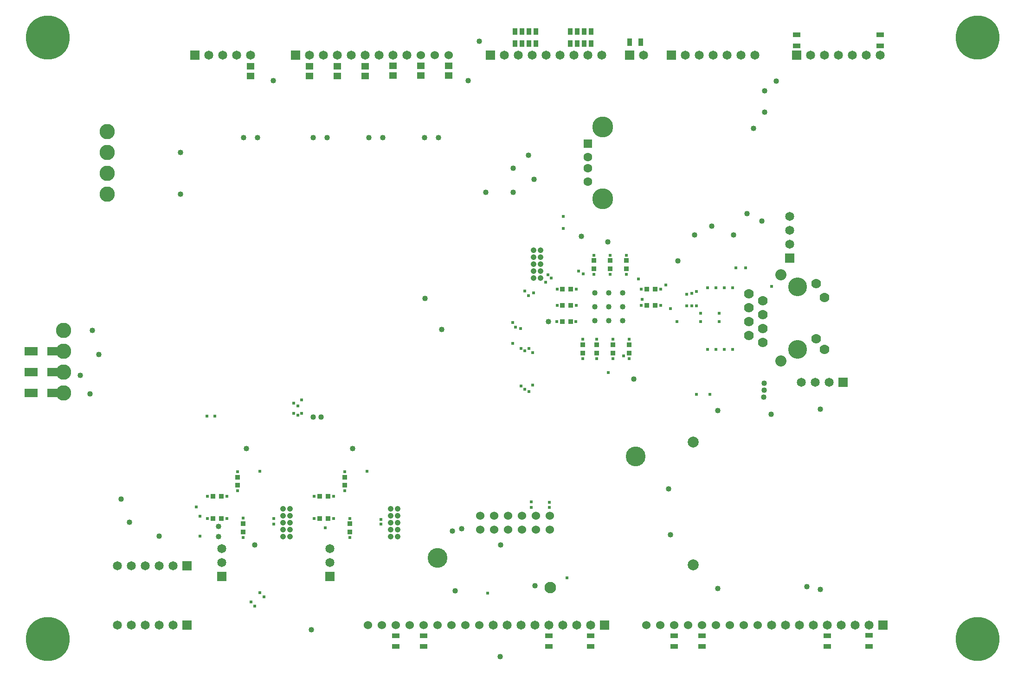
<source format=gbs>
G04*
G04  File:            ALPH1105.R04, Sun Oct 31 16:15:01 2010*
G04  Source:          P-CAD 2006 PCB, Version 19.02.958, (\\Naslite-2\disk-0\OLD_DISK-0\Project\Project 2010B\ALPH1105\ALPH1105.PCB)*
G04  Format:          Gerber Format (RS-274-D), ASCII*
G04*
G04  Format Options:  Absolute Positioning*
G04                   Leading-Zero Suppression*
G04                   Scale Factor 1:1*
G04                   NO Circular Interpolation*
G04                   Inch Units*
G04                   Numeric Format: 4.4 (XXXX.XXXX)*
G04                   G54 NOT Used for Aperture Change*
G04                   Apertures Embedded*
G04*
G04  File Options:    Offset = (0.0mil,0.0mil)*
G04                   Drill Symbol Size = 80.0mil*
G04                   Pad/Via Holes*
G04*
G04  File Contents:   Pads*
G04                   Vias*
G04                   No Designators*
G04                   No Types*
G04                   No Values*
G04                   No Drill Symbols*
G04                   Bot Mask*
G04*
%INALPH1105.R04*%
%ICAS*%
%MOIN*%
G04*
G04  Aperture MACROs for general use --- invoked via D-code assignment *
G04*
G04  General MACRO for flashed round with rotation and/or offset hole *
%AMROTOFFROUND*
1,1,$1,0.0000,0.0000*
1,0,$2,$3,$4*%
G04*
G04  General MACRO for flashed oval (obround) with rotation and/or offset hole *
%AMROTOFFOVAL*
21,1,$1,$2,0.0000,0.0000,$3*
1,1,$4,$5,$6*
1,1,$4,0-$5,0-$6*
1,0,$7,$8,$9*%
G04*
G04  General MACRO for flashed oval (obround) with rotation and no hole *
%AMROTOVALNOHOLE*
21,1,$1,$2,0.0000,0.0000,$3*
1,1,$4,$5,$6*
1,1,$4,0-$5,0-$6*%
G04*
G04  General MACRO for flashed rectangle with rotation and/or offset hole *
%AMROTOFFRECT*
21,1,$1,$2,0.0000,0.0000,$3*
1,0,$4,$5,$6*%
G04*
G04  General MACRO for flashed rectangle with rotation and no hole *
%AMROTRECTNOHOLE*
21,1,$1,$2,0.0000,0.0000,$3*%
G04*
G04  General MACRO for flashed rounded-rectangle *
%AMROUNDRECT*
21,1,$1,$2-$4,0.0000,0.0000,$3*
21,1,$1-$4,$2,0.0000,0.0000,$3*
1,1,$4,$5,$6*
1,1,$4,$7,$8*
1,1,$4,0-$5,0-$6*
1,1,$4,0-$7,0-$8*
1,0,$9,$10,$11*%
G04*
G04  General MACRO for flashed rounded-rectangle with rotation and no hole *
%AMROUNDRECTNOHOLE*
21,1,$1,$2-$4,0.0000,0.0000,$3*
21,1,$1-$4,$2,0.0000,0.0000,$3*
1,1,$4,$5,$6*
1,1,$4,$7,$8*
1,1,$4,0-$5,0-$6*
1,1,$4,0-$7,0-$8*%
G04*
G04  General MACRO for flashed regular polygon *
%AMREGPOLY*
5,1,$1,0.0000,0.0000,$2,$3+$4*
1,0,$5,$6,$7*%
G04*
G04  General MACRO for flashed regular polygon with no hole *
%AMREGPOLYNOHOLE*
5,1,$1,0.0000,0.0000,$2,$3+$4*%
G04*
G04  General MACRO for target *
%AMTARGET*
6,0,0,$1,$2,$3,4,$4,$5,$6*%
G04*
G04  General MACRO for mounting hole *
%AMMTHOLE*
1,1,$1,0,0*
1,0,$2,0,0*
$1=$1-$2*
$1=$1/2*
21,1,$2+$1,$3,0,0,$4*
21,1,$3,$2+$1,0,0,$4*%
G04*
G04*
G04  D10 : "Ellipse X10.0mil Y10.0mil H0.0mil 0.0deg (0.0mil,0.0mil) Draw"*
G04  Disc: OuterDia=0.0100*
%ADD10C, 0.0100*%
G04  D11 : "Ellipse X0.0mil Y0.0mil H0.0mil 0.0deg (0.0mil,0.0mil) Draw"*
G04  Disc: OuterDia=0.0000*
%ADD11C, 0.0000*%
G04  D12 : "Ellipse X1.0mil Y1.0mil H0.0mil 0.0deg (0.0mil,0.0mil) Draw"*
G04  Disc: OuterDia=0.0010*
%ADD12C, 0.0010*%
G04  D13 : "Ellipse X12.0mil Y12.0mil H0.0mil 0.0deg (0.0mil,0.0mil) Draw"*
G04  Disc: OuterDia=0.0120*
%ADD13C, 0.0120*%
G04  D14 : "Ellipse X15.0mil Y15.0mil H0.0mil 0.0deg (0.0mil,0.0mil) Draw"*
G04  Disc: OuterDia=0.0150*
%ADD14C, 0.0150*%
G04  D15 : "Ellipse X16.0mil Y16.0mil H0.0mil 0.0deg (0.0mil,0.0mil) Draw"*
G04  Disc: OuterDia=0.0160*
%ADD15C, 0.0160*%
G04  D16 : "Ellipse X19.7mil Y19.7mil H0.0mil 0.0deg (0.0mil,0.0mil) Draw"*
G04  Disc: OuterDia=0.0197*
%ADD16C, 0.0197*%
G04  D17 : "Ellipse X2.0mil Y2.0mil H0.0mil 0.0deg (0.0mil,0.0mil) Draw"*
G04  Disc: OuterDia=0.0020*
%ADD17C, 0.0020*%
G04  D18 : "Ellipse X20.0mil Y20.0mil H0.0mil 0.0deg (0.0mil,0.0mil) Draw"*
G04  Disc: OuterDia=0.0200*
%ADD18C, 0.0200*%
G04  D19 : "Ellipse X24.0mil Y24.0mil H0.0mil 0.0deg (0.0mil,0.0mil) Draw"*
G04  Disc: OuterDia=0.0240*
%ADD19C, 0.0240*%
G04  D20 : "Ellipse X25.0mil Y25.0mil H0.0mil 0.0deg (0.0mil,0.0mil) Draw"*
G04  Disc: OuterDia=0.0250*
%ADD20C, 0.0250*%
G04  D21 : "Ellipse X3.9mil Y3.9mil H0.0mil 0.0deg (0.0mil,0.0mil) Draw"*
G04  Disc: OuterDia=0.0039*
%ADD21C, 0.0039*%
G04  D22 : "Ellipse X30.0mil Y30.0mil H0.0mil 0.0deg (0.0mil,0.0mil) Draw"*
G04  Disc: OuterDia=0.0300*
%ADD22C, 0.0300*%
G04  D23 : "Ellipse X4.0mil Y4.0mil H0.0mil 0.0deg (0.0mil,0.0mil) Draw"*
G04  Disc: OuterDia=0.0040*
%ADD23C, 0.0040*%
G04  D24 : "Ellipse X40.0mil Y40.0mil H0.0mil 0.0deg (0.0mil,0.0mil) Draw"*
G04  Disc: OuterDia=0.0400*
%ADD24C, 0.0400*%
G04  D25 : "Ellipse X5.0mil Y5.0mil H0.0mil 0.0deg (0.0mil,0.0mil) Draw"*
G04  Disc: OuterDia=0.0050*
%ADD25C, 0.0050*%
G04  D26 : "Ellipse X5.9mil Y5.9mil H0.0mil 0.0deg (0.0mil,0.0mil) Draw"*
G04  Disc: OuterDia=0.0059*
%ADD26C, 0.0059*%
G04  D27 : "Ellipse X6.0mil Y6.0mil H0.0mil 0.0deg (0.0mil,0.0mil) Draw"*
G04  Disc: OuterDia=0.0060*
%ADD27C, 0.0060*%
G04  D28 : "Ellipse X60.0mil Y60.0mil H0.0mil 0.0deg (0.0mil,0.0mil) Draw"*
G04  Disc: OuterDia=0.0600*
%ADD28C, 0.0600*%
G04  D29 : "Ellipse X7.0mil Y7.0mil H0.0mil 0.0deg (0.0mil,0.0mil) Draw"*
G04  Disc: OuterDia=0.0070*
%ADD29C, 0.0070*%
G04  D30 : "Ellipse X7.9mil Y7.9mil H0.0mil 0.0deg (0.0mil,0.0mil) Draw"*
G04  Disc: OuterDia=0.0079*
%ADD30C, 0.0079*%
G04  D31 : "Ellipse X7.9mil Y7.9mil H0.0mil 0.0deg (0.0mil,0.0mil) Draw"*
G04  Disc: OuterDia=0.0079*
%ADD31C, 0.0079*%
G04  D32 : "Ellipse X8.0mil Y8.0mil H0.0mil 0.0deg (0.0mil,0.0mil) Draw"*
G04  Disc: OuterDia=0.0080*
%ADD32C, 0.0080*%
G04  D33 : "Ellipse X9.8mil Y9.8mil H0.0mil 0.0deg (0.0mil,0.0mil) Draw"*
G04  Disc: OuterDia=0.0098*
%ADD33C, 0.0098*%
G04  D34 : "Ellipse X110.2mil Y110.2mil H0.0mil 0.0deg (0.0mil,0.0mil) Flash"*
G04  Disc: OuterDia=0.1102*
%ADD34C, 0.1102*%
G04  D35 : "Ellipse X128.0mil Y128.0mil H0.0mil 0.0deg (0.0mil,0.0mil) Flash"*
G04  Disc: OuterDia=0.1280*
%ADD35C, 0.1280*%
G04  D36 : "Ellipse X135.0mil Y135.0mil H0.0mil 0.0deg (0.0mil,0.0mil) Flash"*
G04  Disc: OuterDia=0.1350*
%ADD36C, 0.1350*%
G04  D37 : "Ellipse X142.0mil Y142.0mil H0.0mil 0.0deg (0.0mil,0.0mil) Flash"*
G04  Disc: OuterDia=0.1420*
%ADD37C, 0.1420*%
G04  D38 : "Ellipse X149.6mil Y149.6mil H0.0mil 0.0deg (0.0mil,0.0mil) Flash"*
G04  Disc: OuterDia=0.1496*
%ADD38C, 0.1496*%
G04  D39 : "Ellipse X204.7mil Y204.7mil H0.0mil 0.0deg (0.0mil,0.0mil) Flash"*
G04  Disc: OuterDia=0.2047*
%ADD39C, 0.2047*%
G04  D40 : "Ellipse X315.0mil Y315.0mil H0.0mil 0.0deg (0.0mil,0.0mil) Flash"*
G04  Disc: OuterDia=0.3150*
%ADD40C, 0.3150*%
G04  D41 : "Ellipse X39.4mil Y39.4mil H0.0mil 0.0deg (0.0mil,0.0mil) Flash"*
G04  Disc: OuterDia=0.0394*
%ADD41C, 0.0394*%
G04  D42 : "Ellipse X42.0mil Y42.0mil H0.0mil 0.0deg (0.0mil,0.0mil) Flash"*
G04  Disc: OuterDia=0.0420*
%ADD42C, 0.0420*%
G04  D43 : "Ellipse X60.0mil Y60.0mil H0.0mil 0.0deg (0.0mil,0.0mil) Flash"*
G04  Disc: OuterDia=0.0600*
%ADD43C, 0.0600*%
G04  D44 : "Ellipse X63.0mil Y63.0mil H0.0mil 0.0deg (0.0mil,0.0mil) Flash"*
G04  Disc: OuterDia=0.0630*
%ADD44C, 0.0630*%
G04  D45 : "Ellipse X65.0mil Y65.0mil H0.0mil 0.0deg (0.0mil,0.0mil) Flash"*
G04  Disc: OuterDia=0.0650*
%ADD45C, 0.0650*%
G04  D46 : "Ellipse X68.9mil Y68.9mil H0.0mil 0.0deg (0.0mil,0.0mil) Flash"*
G04  Disc: OuterDia=0.0689*
%ADD46C, 0.0689*%
G04  D47 : "Ellipse X70.0mil Y70.0mil H0.0mil 0.0deg (0.0mil,0.0mil) Flash"*
G04  Disc: OuterDia=0.0700*
%ADD47C, 0.0700*%
G04  D48 : "Ellipse X78.9mil Y78.9mil H0.0mil 0.0deg (0.0mil,0.0mil) Flash"*
G04  Disc: OuterDia=0.0789*
%ADD48C, 0.0789*%
G04  D49 : "Ellipse X80.0mil Y80.0mil H0.0mil 0.0deg (0.0mil,0.0mil) Flash"*
G04  Disc: OuterDia=0.0800*
%ADD49C, 0.0800*%
G04  D50 : "Ellipse X82.7mil Y82.7mil H0.0mil 0.0deg (0.0mil,0.0mil) Flash"*
G04  Disc: OuterDia=0.0827*
%ADD50C, 0.0827*%
G04  D51 : "Oval X78.7mil Y23.6mil H0.0mil 0.0deg (0.0mil,0.0mil) Flash"*
G04  Obround: DimX=0.0787, DimY=0.0236, Rotation=0.0, OffsetX=0.0000, OffsetY=0.0000, HoleDia=0.0000 *
%ADD51O, 0.0787 X0.0236*%
G04  D52 : "Rounded Rectangle X39.4mil Y78.7mil H0.0mil 0.0deg (0.0mil,0.0mil) Flash"*
G04  RoundRct: DimX=0.0394, DimY=0.0787, CornerRad=0.0098, Rotation=0.0, OffsetX=0.0000, OffsetY=0.0000, HoleDia=0.0000 *
%ADD52ROUNDRECTNOHOLE, 0.0394 X0.0787 X0.0 X0.0197 X-0.0098 X-0.0295 X-0.0098 X0.0295*%
G04  D53 : "Rounded Rectangle X78.7mil Y43.3mil H0.0mil 0.0deg (0.0mil,0.0mil) Flash"*
G04  RoundRct: DimX=0.0787, DimY=0.0433, CornerRad=0.0108, Rotation=0.0, OffsetX=0.0000, OffsetY=0.0000, HoleDia=0.0000 *
%ADD53ROUNDRECTNOHOLE, 0.0787 X0.0433 X0.0 X0.0217 X-0.0285 X-0.0108 X-0.0285 X0.0108*%
G04  D54 : "Rounded Rectangle X78.7mil Y78.7mil H0.0mil 0.0deg (0.0mil,0.0mil) Flash"*
G04  RoundRct: DimX=0.0787, DimY=0.0787, CornerRad=0.0197, Rotation=0.0, OffsetX=0.0000, OffsetY=0.0000, HoleDia=0.0000 *
%ADD54ROUNDRECTNOHOLE, 0.0787 X0.0787 X0.0 X0.0394 X-0.0197 X-0.0197 X-0.0197 X0.0197*%
G04  D55 : "Rectangle X126.0mil Y80.7mil H0.0mil 0.0deg (0.0mil,0.0mil) Flash"*
G04  Rectangular: DimX=0.1260, DimY=0.0807, Rotation=0.0, OffsetX=0.0000, OffsetY=0.0000, HoleDia=0.0000 *
%ADD55R, 0.1260 X0.0807*%
G04  D56 : "Rectangle X80.7mil Y126.0mil H0.0mil 0.0deg (0.0mil,0.0mil) Flash"*
G04  Rectangular: DimX=0.0807, DimY=0.1260, Rotation=0.0, OffsetX=0.0000, OffsetY=0.0000, HoleDia=0.0000 *
%ADD56R, 0.0807 X0.1260*%
G04  D57 : "Rectangle X37.4mil Y35.4mil H0.0mil 0.0deg (0.0mil,0.0mil) Flash"*
G04  Rectangular: DimX=0.0374, DimY=0.0354, Rotation=0.0, OffsetX=0.0000, OffsetY=0.0000, HoleDia=0.0000 *
%ADD57R, 0.0374 X0.0354*%
G04  D58 : "Rectangle X35.4mil Y37.4mil H0.0mil 0.0deg (0.0mil,0.0mil) Flash"*
G04  Rectangular: DimX=0.0354, DimY=0.0374, Rotation=0.0, OffsetX=0.0000, OffsetY=0.0000, HoleDia=0.0000 *
%ADD58R, 0.0354 X0.0374*%
G04  D59 : "Rectangle X39.4mil Y35.4mil H0.0mil 0.0deg (0.0mil,0.0mil) Flash"*
G04  Rectangular: DimX=0.0394, DimY=0.0354, Rotation=0.0, OffsetX=0.0000, OffsetY=0.0000, HoleDia=0.0000 *
%ADD59R, 0.0394 X0.0354*%
G04  D60 : "Rectangle X35.4mil Y39.4mil H0.0mil 0.0deg (0.0mil,0.0mil) Flash"*
G04  Rectangular: DimX=0.0354, DimY=0.0394, Rotation=0.0, OffsetX=0.0000, OffsetY=0.0000, HoleDia=0.0000 *
%ADD60R, 0.0354 X0.0394*%
G04  D61 : "Rectangle X33.5mil Y45.3mil H0.0mil 0.0deg (0.0mil,0.0mil) Flash"*
G04  Rectangular: DimX=0.0335, DimY=0.0453, Rotation=0.0, OffsetX=0.0000, OffsetY=0.0000, HoleDia=0.0000 *
%ADD61R, 0.0335 X0.0453*%
G04  D62 : "Rectangle X57.1mil Y37.4mil H0.0mil 0.0deg (0.0mil,0.0mil) Flash"*
G04  Rectangular: DimX=0.0571, DimY=0.0374, Rotation=0.0, OffsetX=0.0000, OffsetY=0.0000, HoleDia=0.0000 *
%ADD62R, 0.0571 X0.0374*%
G04  D63 : "Rectangle X37.4mil Y57.1mil H0.0mil 0.0deg (0.0mil,0.0mil) Flash"*
G04  Rectangular: DimX=0.0374, DimY=0.0571, Rotation=0.0, OffsetX=0.0000, OffsetY=0.0000, HoleDia=0.0000 *
%ADD63R, 0.0374 X0.0571*%
G04  D64 : "Rectangle X57.1mil Y45.3mil H0.0mil 0.0deg (0.0mil,0.0mil) Flash"*
G04  Rectangular: DimX=0.0571, DimY=0.0453, Rotation=0.0, OffsetX=0.0000, OffsetY=0.0000, HoleDia=0.0000 *
%ADD64R, 0.0571 X0.0453*%
G04  D65 : "Rectangle X45.3mil Y57.1mil H0.0mil 0.0deg (0.0mil,0.0mil) Flash"*
G04  Rectangular: DimX=0.0453, DimY=0.0571, Rotation=0.0, OffsetX=0.0000, OffsetY=0.0000, HoleDia=0.0000 *
%ADD65R, 0.0453 X0.0571*%
G04  D66 : "Rectangle X59.0mil Y37.4mil H0.0mil 0.0deg (0.0mil,0.0mil) Flash"*
G04  Rectangular: DimX=0.0590, DimY=0.0374, Rotation=0.0, OffsetX=0.0000, OffsetY=0.0000, HoleDia=0.0000 *
%ADD66R, 0.0590 X0.0374*%
G04  D67 : "Rectangle X59.1mil Y11.8mil H0.0mil 0.0deg (0.0mil,0.0mil) Flash"*
G04  Rectangular: DimX=0.0591, DimY=0.0118, Rotation=0.0, OffsetX=0.0000, OffsetY=0.0000, HoleDia=0.0000 *
%ADD67R, 0.0591 X0.0118*%
G04  D68 : "Rectangle X11.8mil Y59.1mil H0.0mil 0.0deg (0.0mil,0.0mil) Flash"*
G04  Rectangular: DimX=0.0118, DimY=0.0591, Rotation=0.0, OffsetX=0.0000, OffsetY=0.0000, HoleDia=0.0000 *
%ADD68R, 0.0118 X0.0591*%
G04  D69 : "Rectangle X39.4mil Y59.1mil H0.0mil 0.0deg (0.0mil,0.0mil) Flash"*
G04  Rectangular: DimX=0.0394, DimY=0.0591, Rotation=0.0, OffsetX=0.0000, OffsetY=0.0000, HoleDia=0.0000 *
%ADD69R, 0.0394 X0.0591*%
G04  D70 : "Rectangle X61.0mil Y23.6mil H0.0mil 0.0deg (0.0mil,0.0mil) Flash"*
G04  Rectangular: DimX=0.0610, DimY=0.0236, Rotation=0.0, OffsetX=0.0000, OffsetY=0.0000, HoleDia=0.0000 *
%ADD70R, 0.0610 X0.0236*%
G04  D71 : "Rectangle X23.6mil Y61.0mil H0.0mil 0.0deg (0.0mil,0.0mil) Flash"*
G04  Rectangular: DimX=0.0236, DimY=0.0610, Rotation=0.0, OffsetX=0.0000, OffsetY=0.0000, HoleDia=0.0000 *
%ADD71R, 0.0236 X0.0610*%
G04  D72 : "Rectangle X63.0mil Y11.8mil H0.0mil 0.0deg (0.0mil,0.0mil) Flash"*
G04  Rectangular: DimX=0.0630, DimY=0.0118, Rotation=0.0, OffsetX=0.0000, OffsetY=0.0000, HoleDia=0.0000 *
%ADD72R, 0.0630 X0.0118*%
G04  D73 : "Rectangle X11.8mil Y63.0mil H0.0mil 0.0deg (0.0mil,0.0mil) Flash"*
G04  Rectangular: DimX=0.0118, DimY=0.0630, Rotation=0.0, OffsetX=0.0000, OffsetY=0.0000, HoleDia=0.0000 *
%ADD73R, 0.0118 X0.0630*%
G04  D74 : "Rectangle X63.0mil Y63.0mil H0.0mil 0.0deg (0.0mil,0.0mil) Flash"*
G04  Square: Side=0.0630, Rotation=0.0, OffsetX=0.0000, OffsetY=0.0000, HoleDia=0.0000*
%ADD74R, 0.0630 X0.0630*%
G04  D75 : "Rectangle X65.0mil Y65.0mil H0.0mil 0.0deg (0.0mil,0.0mil) Flash"*
G04  Square: Side=0.0650, Rotation=0.0, OffsetX=0.0000, OffsetY=0.0000, HoleDia=0.0000*
%ADD75R, 0.0650 X0.0650*%
G04  D76 : "Rectangle X80.7mil Y25.6mil H0.0mil 0.0deg (0.0mil,0.0mil) Flash"*
G04  Rectangular: DimX=0.0807, DimY=0.0256, Rotation=0.0, OffsetX=0.0000, OffsetY=0.0000, HoleDia=0.0000 *
%ADD76R, 0.0807 X0.0256*%
G04  D77 : "Rectangle X25.6mil Y80.7mil H0.0mil 0.0deg (0.0mil,0.0mil) Flash"*
G04  Rectangular: DimX=0.0256, DimY=0.0807, Rotation=0.0, OffsetX=0.0000, OffsetY=0.0000, HoleDia=0.0000 *
%ADD77R, 0.0256 X0.0807*%
G04  D78 : "Rectangle X86.6mil Y82.7mil H0.0mil 0.0deg (0.0mil,0.0mil) Flash"*
G04  Rectangular: DimX=0.0866, DimY=0.0827, Rotation=0.0, OffsetX=0.0000, OffsetY=0.0000, HoleDia=0.0000 *
%ADD78R, 0.0866 X0.0827*%
G04  D79 : "Rectangle X82.7mil Y86.6mil H0.0mil 0.0deg (0.0mil,0.0mil) Flash"*
G04  Rectangular: DimX=0.0827, DimY=0.0866, Rotation=0.0, OffsetX=0.0000, OffsetY=0.0000, HoleDia=0.0000 *
%ADD79R, 0.0827 X0.0866*%
G04  D80 : "Rectangle X92.5mil Y88.6mil H0.0mil 0.0deg (0.0mil,0.0mil) Flash"*
G04  Rectangular: DimX=0.0925, DimY=0.0886, Rotation=0.0, OffsetX=0.0000, OffsetY=0.0000, HoleDia=0.0000 *
%ADD80R, 0.0925 X0.0886*%
G04  D81 : "Rectangle X88.6mil Y92.5mil H0.0mil 0.0deg (0.0mil,0.0mil) Flash"*
G04  Rectangular: DimX=0.0886, DimY=0.0925, Rotation=0.0, OffsetX=0.0000, OffsetY=0.0000, HoleDia=0.0000 *
%ADD81R, 0.0886 X0.0925*%
G04  D82 : "Rectangle X94.5mil Y61.0mil H0.0mil 0.0deg (0.0mil,0.0mil) Flash"*
G04  Rectangular: DimX=0.0945, DimY=0.0610, Rotation=0.0, OffsetX=0.0000, OffsetY=0.0000, HoleDia=0.0000 *
%ADD82R, 0.0945 X0.0610*%
G04  D83 : "Ellipse X24.0mil Y24.0mil H0.0mil 0.0deg (0.0mil,0.0mil) Flash"*
G04  Disc: OuterDia=0.0240*
%ADD83C, 0.0240*%
G04  D84 : "Ellipse X40.0mil Y40.0mil H0.0mil 0.0deg (0.0mil,0.0mil) Flash"*
G04  Disc: OuterDia=0.0400*
%ADD84C, 0.0400*%
G04*
%FSLAX44Y44*%
%SFA1B1*%
%OFA0.0000B0.0000*%
G04*
G70*
G90*
G01*
D2*
%LNBot Mask*%
D84*
X56040Y79620D3*
X56650Y82460D3*
X58860Y70390D3*
X61000Y69390D3*
X62540Y94000D3*
X62530Y97000D3*
D83*
X63920Y70820D3*
X63930Y69400D3*
X64470Y70680D3*
X63670Y71510D3*
D84*
X65260Y70100D3*
Y69350D3*
D83*
X65850Y70680D3*
X64470Y72260D3*
X65850D3*
X68520Y65030D3*
X67850Y64360D3*
X68230Y65330D3*
X67580Y64680D3*
X67040Y69310D3*
Y70690D3*
D57*
Y69704D3*
Y70295D3*
D83*
X68240Y74050D3*
X66640Y74040D3*
Y72660D3*
D57*
Y73645D3*
Y73054D3*
D84*
X67250Y75710D3*
X67050Y98070D3*
X68050D3*
D83*
X69210Y70280D3*
Y70650D3*
X70660Y78230D3*
Y78980D3*
X70960Y78770D3*
X71240Y79210D3*
Y78220D3*
X74700Y69300D3*
Y70680D3*
X73510D3*
X72920Y70010D3*
D58*
X72524Y70680D3*
X73115D3*
D83*
X72130D3*
X74310Y74040D3*
Y72660D3*
X73520Y72260D3*
D57*
X74310Y73645D3*
Y73054D3*
D83*
X72140Y72260D3*
D84*
X73050Y98080D3*
D64*
X73800Y103194D3*
Y102485D3*
D83*
X76940Y70250D3*
Y70610D3*
X75940Y74050D3*
D84*
X77050Y98060D3*
X76050Y98070D3*
D62*
X80000Y61456D3*
Y62243D3*
D84*
X80080Y86510D3*
X80050Y98060D3*
D64*
X79800Y103224D3*
Y102515D3*
D84*
X82260Y65480D3*
X82060Y69770D3*
X82740Y69930D3*
X85500Y60720D3*
D83*
X84600Y65290D3*
X86380Y83280D3*
X86390Y84780D3*
X86600Y84430D3*
D84*
X86410Y94120D3*
X84450D3*
D62*
X89000Y61456D3*
Y62243D3*
D83*
X89070Y65730D3*
X87710Y71450D3*
X89040Y71460D3*
X87730Y71850D3*
X89030Y71840D3*
X87270Y79950D3*
X87820Y80270D3*
X87570Y79800D3*
X87270Y82740D3*
X87820Y82610D3*
X87570Y82910D3*
X89580Y86000D3*
X89560Y84820D3*
D84*
X88960D3*
D83*
X87540Y86700D3*
X88930Y88200D3*
X89170Y87970D3*
X88770Y87680D3*
X89590Y87180D3*
D84*
X87930Y95080D3*
X87530Y96800D3*
D62*
X92000Y61456D3*
Y62243D3*
D83*
X90280Y66400D3*
X92410Y82170D3*
X91420D3*
X92410Y83550D3*
X91420D3*
D84*
X92300Y84900D3*
Y85900D3*
D83*
X90940Y84820D3*
X90960Y86000D3*
X92210Y89610D3*
Y88230D3*
X91460Y88250D3*
X91130Y88450D3*
X90960Y87180D3*
D84*
X91310Y90960D3*
D83*
X94770Y82170D3*
X93590D3*
X94770Y83550D3*
X93590D3*
X94370Y82370D3*
X93260Y81150D3*
D84*
X94300Y84900D3*
Y85900D3*
D83*
X95630Y86000D3*
X95700Y86420D3*
X93390Y89610D3*
X94570D3*
Y88230D3*
X95420Y87900D3*
X93390Y88230D3*
X95630Y87180D3*
D62*
X98000Y61456D3*
Y62243D3*
D84*
X97730Y69490D3*
X97590Y72810D3*
D83*
X98200Y84830D3*
X97010Y86000D3*
X97720Y85760D3*
X97400Y87450D3*
D84*
X98260Y89190D3*
D83*
X97010Y87180D3*
D84*
X101130Y65630D3*
D83*
X100550Y79600D3*
X99580D3*
D84*
X101140Y78430D3*
D83*
X100380Y82840D3*
X101580Y82820D3*
X100980D3*
X99900Y85440D3*
Y84840D3*
X101220D3*
Y85440D3*
X99260Y85970D3*
X99590D3*
X99260Y86870D3*
X100380Y87280D3*
X101580D3*
X100980D3*
D84*
X100700Y91690D3*
X99460Y91060D3*
X104440Y79390D3*
X104450Y79890D3*
Y80390D3*
D83*
X102180Y82820D3*
X103130Y88690D3*
X102440D3*
X102180Y87280D3*
D84*
X103240Y92600D3*
X104280Y92060D3*
X104500Y101440D3*
Y99890D3*
X108480Y65560D3*
Y78530D3*
X55340Y80960D3*
X56200Y84210D3*
X58260Y72060D3*
D83*
X64990Y78030D3*
X64430D3*
D84*
X67870Y68750D3*
D64*
X67550Y103194D3*
Y102485D3*
D42*
X70390Y70870D3*
X69890D3*
X70390Y71370D3*
X69890D3*
X70390Y69370D3*
X69890D3*
X70390Y69870D3*
X69890D3*
X70390Y70370D3*
X69890D3*
D83*
X70960Y78100D3*
D58*
X72534Y72260D3*
X73125D3*
D75*
X73250Y66500D3*
D45*
Y68500D3*
Y67500D3*
D84*
X72610Y77980D3*
X83200Y102160D3*
X85530Y68750D3*
X86410Y95860D3*
D50*
X89100Y65700D3*
D84*
X88000Y65820D3*
D83*
X87890Y86890D3*
X87250Y87020D3*
D42*
X87890Y88480D3*
X88390D3*
X87890Y87980D3*
X88390D3*
X87890Y89980D3*
X88390D3*
X87890Y89480D3*
X88390D3*
X87890Y88980D3*
X88390D3*
D57*
X92410Y83155D3*
Y82564D3*
X91420Y83155D3*
Y82564D3*
D84*
X92300Y86900D3*
D57*
X92210Y88624D3*
Y89215D3*
X93590Y83155D3*
Y82564D3*
X94770Y83155D3*
Y82564D3*
D84*
X95090Y80700D3*
X94300Y86900D3*
D57*
X94570Y88624D3*
Y89215D3*
D83*
X99590Y87000D3*
D84*
X103690Y98720D3*
X107520Y65760D3*
D75*
X106280Y89400D3*
D45*
Y91400D3*
Y92400D3*
Y90400D3*
D84*
X105340Y102120D3*
D62*
X106800Y105463D3*
Y104676D3*
X112800Y105463D3*
Y104676D3*
D82*
X53436Y79710D3*
X51783D3*
D34*
X57250Y94000D3*
Y97000D3*
D58*
X64864Y70680D3*
X65455D3*
D84*
X72050Y98080D3*
D64*
X71800Y103194D3*
Y102485D3*
D62*
X78000Y61456D3*
Y62243D3*
D57*
X74700Y69694D3*
Y70285D3*
D84*
X74900Y75700D3*
X81050Y98060D3*
D64*
X77800Y103224D3*
Y102515D3*
X75800Y103194D3*
Y102485D3*
X81800Y103224D3*
Y102515D3*
D83*
X87000Y80210D3*
Y82910D3*
D84*
X93300Y84900D3*
Y85900D3*
D58*
X90545Y84820D3*
X89954D3*
D83*
X86970Y84330D3*
D58*
X89974Y86000D3*
X90565D3*
D83*
X90020Y92400D3*
Y91520D3*
D84*
X93220Y90570D3*
D62*
X100000Y61456D3*
Y62243D3*
D83*
X98900Y85970D3*
Y86810D3*
X104990Y87370D3*
D84*
X102260Y91060D3*
D62*
X112000Y61466D3*
Y62253D3*
D82*
X53436Y81210D3*
X51783D3*
X53436Y82710D3*
X51783D3*
D34*
X57250Y95500D3*
D40*
X53000Y105250D3*
D34*
X57250Y98500D3*
D58*
X64864Y72260D3*
X65455D3*
D84*
X71940Y62680D3*
D75*
X65500Y66500D3*
D45*
Y68500D3*
Y67500D3*
D84*
X72060Y77980D3*
D75*
X63550Y104000D3*
D45*
X65550D3*
X66550D3*
X64550D3*
X67550D3*
D84*
X69200Y102160D3*
D42*
X78140Y70880D3*
X77640D3*
X78140Y71380D3*
X77640D3*
X78140Y69380D3*
X77640D3*
X78140Y69880D3*
X77640D3*
X78140Y70380D3*
X77640D3*
D84*
X81280Y84280D3*
X84000Y105000D3*
X93300Y86900D3*
D58*
X90565Y87180D3*
X89974D3*
D57*
X93390Y88624D3*
Y89215D3*
D75*
X94800Y104000D3*
D45*
X95800D3*
D61*
X92030Y104846D3*
X91530D3*
X91030D3*
X90530D3*
Y105713D3*
X91030D3*
X91530D3*
X92030D3*
D63*
X95583Y104920D3*
X94796D3*
D84*
X104950Y78170D3*
D40*
X119800Y105250D3*
X53000Y62000D3*
D34*
X54110Y82710D3*
Y79710D3*
Y84210D3*
Y81210D3*
D44*
X91800Y95866D3*
Y94882D3*
D74*
Y97637D3*
D44*
Y96653D3*
D38*
X92862Y93681D3*
Y98838D3*
D40*
X119800Y62000D3*
D75*
X63000Y67250D3*
D45*
X61000D3*
X60000D3*
X58000D3*
X62000D3*
X59000D3*
D58*
X96024Y86000D3*
X96615D3*
D62*
X109000Y61456D3*
Y62243D3*
D75*
X63000Y63000D3*
D45*
X61000D3*
X60000D3*
X58000D3*
X62000D3*
X59000D3*
D75*
X93000D3*
D45*
X91000D3*
X90000D3*
X88000D3*
X87000D3*
X85000D3*
D43*
X84000D3*
X82000D3*
X81000D3*
X79000D3*
X78000D3*
X76000D3*
D45*
X92000D3*
X89000D3*
X86000D3*
D43*
X83000D3*
X80000D3*
X77000D3*
D58*
X96024Y87180D3*
X96615D3*
D75*
X84800Y104000D3*
D45*
X86800D3*
X87800D3*
X89800D3*
X90800D3*
X92800D3*
X85800D3*
X88800D3*
X91800D3*
D75*
X70800D3*
D45*
X72800D3*
X73800D3*
X75800D3*
X76800D3*
X78800D3*
D43*
X79800D3*
X81800D3*
D45*
X71800D3*
X74800D3*
X77800D3*
D43*
X80800D3*
D61*
X88050Y104826D3*
X87550D3*
X87050D3*
X86550D3*
Y105693D3*
X87050D3*
X87550D3*
X88050D3*
D75*
X110140Y80470D3*
D45*
X108140D3*
X107140D3*
X109140D3*
D75*
X106800Y104000D3*
D45*
X108800D3*
X109800D3*
X111800D3*
X112800D3*
X107800D3*
X110800D3*
D43*
X89070Y70860D3*
X88070D3*
X86070D3*
X85070D3*
X87070D3*
X84070D3*
X89070Y69860D3*
X88070D3*
X86070D3*
X85070D3*
X87070D3*
X84070D3*
D37*
X80990Y67840D3*
X95240Y75140D3*
D75*
X113000Y63000D3*
D45*
X111000D3*
X110000D3*
X108000D3*
X107000D3*
X105000D3*
D43*
X104000D3*
X102000D3*
X101000D3*
X99000D3*
X98000D3*
X96000D3*
D45*
X112000D3*
X109000D3*
X106000D3*
D43*
X103000D3*
X100000D3*
X97000D3*
D75*
X97800Y104000D3*
D45*
X99800D3*
X100800D3*
X102800D3*
X103800D3*
X98800D3*
X101800D3*
D48*
X99344Y67339D3*
Y76158D3*
D47*
X103370Y85840D3*
X104370Y86340D3*
X103370Y86840D3*
X108800Y86580D3*
X104370Y83340D3*
X103370Y83840D3*
X104370Y84340D3*
X103370Y84840D3*
X108800Y82840D3*
X108200Y87580D3*
Y83600D3*
D49*
X105670Y88190D3*
D47*
X104370Y85340D3*
D49*
X105670Y81990D3*
D36*
X106870Y82840D3*
Y87340D3*
D02M02*

</source>
